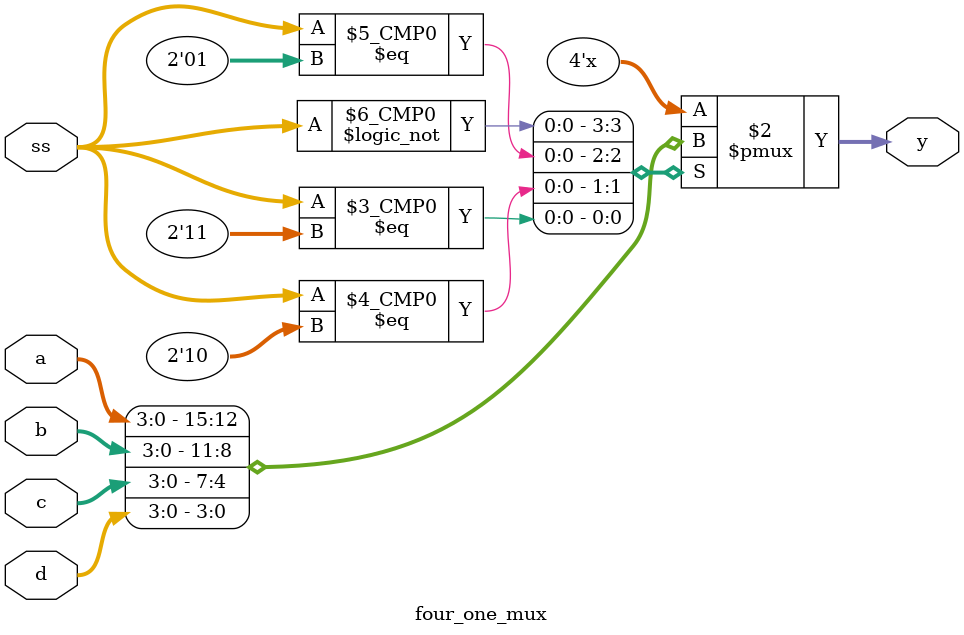
<source format=v>
module four_one_mux(
    input [3:0] a,
    input [3:0] b,
    input [3:0] c,
    input [3:0] d,
    input [1:0] ss,
    output reg[3:0] y
    );
    
    
    always @ (a or b or c or d or ss)
    begin 
    case (ss)
    2'b00: y=a;
    2'b01: y=b;
    2'b10: y=c;
    2'b11: y=d;
    endcase
    end
     
endmodule

</source>
